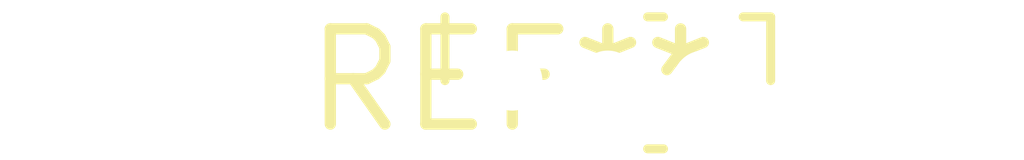
<source format=kicad_pcb>
(kicad_pcb (version 20240108) (generator pcbnew)
  (layers (0 "F.Cu" signal) (31 "B.Cu" signal) (34 "B.Paste" user) (35 "F.Paste" user) (36 "B.SilkS" user "B.Silkscreen") (37 "F.SilkS" user "F.Silkscreen") (38 "B.Mask" user) (39 "F.Mask" user) (44 "Edge.Cuts" user))
  (net 0 "")
  (footprint "Allegro_SIP-3" (layer "F.Cu") (at 0 0)
    (property "Reference" "REF**")
    (property "Value" "Allegro_SIP-3")
    (fp_line (start -0.895 0) (end -0.895 -0.85) (layer "F.SilkS") (stroke (width 0.12)))
    (fp_line (start 2.01 -0.85) (end 1.8 -0.85) (layer "F.SilkS") (stroke (width 0.12)))
    (fp_line (start 2.01 0.91) (end 1.8 0.91) (layer "F.SilkS") (stroke (width 0.12)))
    (fp_line (start 3.435 -0.85) (end 3.07 -0.85) (layer "F.SilkS") (stroke (width 0.12)))
    (fp_line (start 3.435 -0.85) (end 3.435 0) (layer "F.SilkS") (stroke (width 0.12)))
    (pad "1" thru_hole rect (at 0 0) (size 1.1 1.6) (drill 0.8) (layers *.Cu *.Mask) (remove_unused_layers))
    (pad "2" thru_hole oval (at 1.27 0) (size 1.1 1.6) (drill 0.8) (layers *.Cu *.Mask) (remove_unused_layers))
    (pad "3" thru_hole oval (at 2.54 0) (size 1.1 1.6) (drill 0.8) (layers *.Cu *.Mask) (remove_unused_layers))
  )
)
</source>
